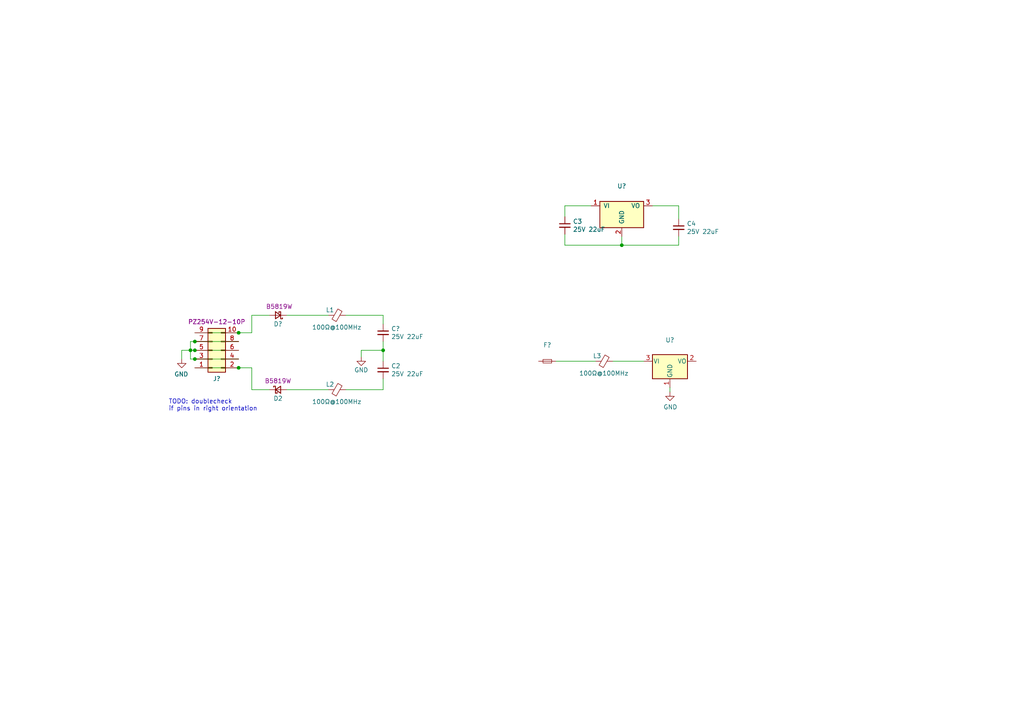
<source format=kicad_sch>
(kicad_sch (version 20211123) (generator eeschema)

  (uuid c5ad438c-c8c7-4c8c-a15b-a497adc6b133)

  (paper "A4")

  (lib_symbols
    (symbol "Connector_Generic:Conn_02x05_Odd_Even" (pin_names (offset 1.016) hide) (in_bom yes) (on_board yes)
      (property "Reference" "J" (id 0) (at 1.27 7.62 0)
        (effects (font (size 1.27 1.27)))
      )
      (property "Value" "Conn_02x05_Odd_Even" (id 1) (at 1.27 -7.62 0)
        (effects (font (size 1.27 1.27)))
      )
      (property "Footprint" "" (id 2) (at 0 0 0)
        (effects (font (size 1.27 1.27)) hide)
      )
      (property "Datasheet" "~" (id 3) (at 0 0 0)
        (effects (font (size 1.27 1.27)) hide)
      )
      (property "ki_keywords" "connector" (id 4) (at 0 0 0)
        (effects (font (size 1.27 1.27)) hide)
      )
      (property "ki_description" "Generic connector, double row, 02x05, odd/even pin numbering scheme (row 1 odd numbers, row 2 even numbers), script generated (kicad-library-utils/schlib/autogen/connector/)" (id 5) (at 0 0 0)
        (effects (font (size 1.27 1.27)) hide)
      )
      (property "ki_fp_filters" "Connector*:*_2x??_*" (id 6) (at 0 0 0)
        (effects (font (size 1.27 1.27)) hide)
      )
      (symbol "Conn_02x05_Odd_Even_1_1"
        (rectangle (start -1.27 -4.953) (end 0 -5.207)
          (stroke (width 0.1524) (type default) (color 0 0 0 0))
          (fill (type none))
        )
        (rectangle (start -1.27 -2.413) (end 0 -2.667)
          (stroke (width 0.1524) (type default) (color 0 0 0 0))
          (fill (type none))
        )
        (rectangle (start -1.27 0.127) (end 0 -0.127)
          (stroke (width 0.1524) (type default) (color 0 0 0 0))
          (fill (type none))
        )
        (rectangle (start -1.27 2.667) (end 0 2.413)
          (stroke (width 0.1524) (type default) (color 0 0 0 0))
          (fill (type none))
        )
        (rectangle (start -1.27 5.207) (end 0 4.953)
          (stroke (width 0.1524) (type default) (color 0 0 0 0))
          (fill (type none))
        )
        (rectangle (start -1.27 6.35) (end 3.81 -6.35)
          (stroke (width 0.254) (type default) (color 0 0 0 0))
          (fill (type background))
        )
        (rectangle (start 3.81 -4.953) (end 2.54 -5.207)
          (stroke (width 0.1524) (type default) (color 0 0 0 0))
          (fill (type none))
        )
        (rectangle (start 3.81 -2.413) (end 2.54 -2.667)
          (stroke (width 0.1524) (type default) (color 0 0 0 0))
          (fill (type none))
        )
        (rectangle (start 3.81 0.127) (end 2.54 -0.127)
          (stroke (width 0.1524) (type default) (color 0 0 0 0))
          (fill (type none))
        )
        (rectangle (start 3.81 2.667) (end 2.54 2.413)
          (stroke (width 0.1524) (type default) (color 0 0 0 0))
          (fill (type none))
        )
        (rectangle (start 3.81 5.207) (end 2.54 4.953)
          (stroke (width 0.1524) (type default) (color 0 0 0 0))
          (fill (type none))
        )
        (pin passive line (at -5.08 5.08 0) (length 3.81)
          (name "Pin_1" (effects (font (size 1.27 1.27))))
          (number "1" (effects (font (size 1.27 1.27))))
        )
        (pin passive line (at 7.62 -5.08 180) (length 3.81)
          (name "Pin_10" (effects (font (size 1.27 1.27))))
          (number "10" (effects (font (size 1.27 1.27))))
        )
        (pin passive line (at 7.62 5.08 180) (length 3.81)
          (name "Pin_2" (effects (font (size 1.27 1.27))))
          (number "2" (effects (font (size 1.27 1.27))))
        )
        (pin passive line (at -5.08 2.54 0) (length 3.81)
          (name "Pin_3" (effects (font (size 1.27 1.27))))
          (number "3" (effects (font (size 1.27 1.27))))
        )
        (pin passive line (at 7.62 2.54 180) (length 3.81)
          (name "Pin_4" (effects (font (size 1.27 1.27))))
          (number "4" (effects (font (size 1.27 1.27))))
        )
        (pin passive line (at -5.08 0 0) (length 3.81)
          (name "Pin_5" (effects (font (size 1.27 1.27))))
          (number "5" (effects (font (size 1.27 1.27))))
        )
        (pin passive line (at 7.62 0 180) (length 3.81)
          (name "Pin_6" (effects (font (size 1.27 1.27))))
          (number "6" (effects (font (size 1.27 1.27))))
        )
        (pin passive line (at -5.08 -2.54 0) (length 3.81)
          (name "Pin_7" (effects (font (size 1.27 1.27))))
          (number "7" (effects (font (size 1.27 1.27))))
        )
        (pin passive line (at 7.62 -2.54 180) (length 3.81)
          (name "Pin_8" (effects (font (size 1.27 1.27))))
          (number "8" (effects (font (size 1.27 1.27))))
        )
        (pin passive line (at -5.08 -5.08 0) (length 3.81)
          (name "Pin_9" (effects (font (size 1.27 1.27))))
          (number "9" (effects (font (size 1.27 1.27))))
        )
      )
    )
    (symbol "Device:C_Small" (pin_numbers hide) (pin_names (offset 0.254) hide) (in_bom yes) (on_board yes)
      (property "Reference" "C" (id 0) (at 0.254 1.778 0)
        (effects (font (size 1.27 1.27)) (justify left))
      )
      (property "Value" "C_Small" (id 1) (at 0.254 -2.032 0)
        (effects (font (size 1.27 1.27)) (justify left))
      )
      (property "Footprint" "" (id 2) (at 0 0 0)
        (effects (font (size 1.27 1.27)) hide)
      )
      (property "Datasheet" "~" (id 3) (at 0 0 0)
        (effects (font (size 1.27 1.27)) hide)
      )
      (property "ki_keywords" "capacitor cap" (id 4) (at 0 0 0)
        (effects (font (size 1.27 1.27)) hide)
      )
      (property "ki_description" "Unpolarized capacitor, small symbol" (id 5) (at 0 0 0)
        (effects (font (size 1.27 1.27)) hide)
      )
      (property "ki_fp_filters" "C_*" (id 6) (at 0 0 0)
        (effects (font (size 1.27 1.27)) hide)
      )
      (symbol "C_Small_0_1"
        (polyline
          (pts
            (xy -1.524 -0.508)
            (xy 1.524 -0.508)
          )
          (stroke (width 0.3302) (type default) (color 0 0 0 0))
          (fill (type none))
        )
        (polyline
          (pts
            (xy -1.524 0.508)
            (xy 1.524 0.508)
          )
          (stroke (width 0.3048) (type default) (color 0 0 0 0))
          (fill (type none))
        )
      )
      (symbol "C_Small_1_1"
        (pin passive line (at 0 2.54 270) (length 2.032)
          (name "~" (effects (font (size 1.27 1.27))))
          (number "1" (effects (font (size 1.27 1.27))))
        )
        (pin passive line (at 0 -2.54 90) (length 2.032)
          (name "~" (effects (font (size 1.27 1.27))))
          (number "2" (effects (font (size 1.27 1.27))))
        )
      )
    )
    (symbol "Device:D_Schottky_Small" (pin_numbers hide) (pin_names (offset 0.254) hide) (in_bom yes) (on_board yes)
      (property "Reference" "D" (id 0) (at -1.27 2.032 0)
        (effects (font (size 1.27 1.27)) (justify left))
      )
      (property "Value" "D_Schottky_Small" (id 1) (at -7.112 -2.032 0)
        (effects (font (size 1.27 1.27)) (justify left))
      )
      (property "Footprint" "" (id 2) (at 0 0 90)
        (effects (font (size 1.27 1.27)) hide)
      )
      (property "Datasheet" "~" (id 3) (at 0 0 90)
        (effects (font (size 1.27 1.27)) hide)
      )
      (property "ki_keywords" "diode Schottky" (id 4) (at 0 0 0)
        (effects (font (size 1.27 1.27)) hide)
      )
      (property "ki_description" "Schottky diode, small symbol" (id 5) (at 0 0 0)
        (effects (font (size 1.27 1.27)) hide)
      )
      (property "ki_fp_filters" "TO-???* *_Diode_* *SingleDiode* D_*" (id 6) (at 0 0 0)
        (effects (font (size 1.27 1.27)) hide)
      )
      (symbol "D_Schottky_Small_0_1"
        (polyline
          (pts
            (xy -0.762 0)
            (xy 0.762 0)
          )
          (stroke (width 0) (type default) (color 0 0 0 0))
          (fill (type none))
        )
        (polyline
          (pts
            (xy 0.762 -1.016)
            (xy -0.762 0)
            (xy 0.762 1.016)
            (xy 0.762 -1.016)
          )
          (stroke (width 0.254) (type default) (color 0 0 0 0))
          (fill (type none))
        )
        (polyline
          (pts
            (xy -1.27 0.762)
            (xy -1.27 1.016)
            (xy -0.762 1.016)
            (xy -0.762 -1.016)
            (xy -0.254 -1.016)
            (xy -0.254 -0.762)
          )
          (stroke (width 0.254) (type default) (color 0 0 0 0))
          (fill (type none))
        )
      )
      (symbol "D_Schottky_Small_1_1"
        (pin passive line (at -2.54 0 0) (length 1.778)
          (name "K" (effects (font (size 1.27 1.27))))
          (number "1" (effects (font (size 1.27 1.27))))
        )
        (pin passive line (at 2.54 0 180) (length 1.778)
          (name "A" (effects (font (size 1.27 1.27))))
          (number "2" (effects (font (size 1.27 1.27))))
        )
      )
    )
    (symbol "Device:Fuse_Small" (pin_numbers hide) (pin_names (offset 0.254) hide) (in_bom yes) (on_board yes)
      (property "Reference" "F" (id 0) (at 0 -1.524 0)
        (effects (font (size 1.27 1.27)))
      )
      (property "Value" "Fuse_Small" (id 1) (at 0 1.524 0)
        (effects (font (size 1.27 1.27)))
      )
      (property "Footprint" "" (id 2) (at 0 0 0)
        (effects (font (size 1.27 1.27)) hide)
      )
      (property "Datasheet" "~" (id 3) (at 0 0 0)
        (effects (font (size 1.27 1.27)) hide)
      )
      (property "ki_keywords" "fuse" (id 4) (at 0 0 0)
        (effects (font (size 1.27 1.27)) hide)
      )
      (property "ki_description" "Fuse, small symbol" (id 5) (at 0 0 0)
        (effects (font (size 1.27 1.27)) hide)
      )
      (property "ki_fp_filters" "SM*" (id 6) (at 0 0 0)
        (effects (font (size 1.27 1.27)) hide)
      )
      (symbol "Fuse_Small_0_1"
        (rectangle (start -1.27 0.508) (end 1.27 -0.508)
          (stroke (width 0) (type default) (color 0 0 0 0))
          (fill (type none))
        )
        (polyline
          (pts
            (xy -1.27 0)
            (xy 1.27 0)
          )
          (stroke (width 0) (type default) (color 0 0 0 0))
          (fill (type none))
        )
      )
      (symbol "Fuse_Small_1_1"
        (pin passive line (at -2.54 0 0) (length 1.27)
          (name "~" (effects (font (size 1.27 1.27))))
          (number "1" (effects (font (size 1.27 1.27))))
        )
        (pin passive line (at 2.54 0 180) (length 1.27)
          (name "~" (effects (font (size 1.27 1.27))))
          (number "2" (effects (font (size 1.27 1.27))))
        )
      )
    )
    (symbol "Regulator_Linear:AMS1117-3.3" (pin_names (offset 0.254)) (in_bom yes) (on_board yes)
      (property "Reference" "U" (id 0) (at -3.81 3.175 0)
        (effects (font (size 1.27 1.27)))
      )
      (property "Value" "AMS1117-3.3" (id 1) (at 0 3.175 0)
        (effects (font (size 1.27 1.27)) (justify left))
      )
      (property "Footprint" "Package_TO_SOT_SMD:SOT-223-3_TabPin2" (id 2) (at 0 5.08 0)
        (effects (font (size 1.27 1.27)) hide)
      )
      (property "Datasheet" "http://www.advanced-monolithic.com/pdf/ds1117.pdf" (id 3) (at 2.54 -6.35 0)
        (effects (font (size 1.27 1.27)) hide)
      )
      (property "ki_keywords" "linear regulator ldo fixed positive" (id 4) (at 0 0 0)
        (effects (font (size 1.27 1.27)) hide)
      )
      (property "ki_description" "1A Low Dropout regulator, positive, 3.3V fixed output, SOT-223" (id 5) (at 0 0 0)
        (effects (font (size 1.27 1.27)) hide)
      )
      (property "ki_fp_filters" "SOT?223*TabPin2*" (id 6) (at 0 0 0)
        (effects (font (size 1.27 1.27)) hide)
      )
      (symbol "AMS1117-3.3_0_1"
        (rectangle (start -5.08 -5.08) (end 5.08 1.905)
          (stroke (width 0.254) (type default) (color 0 0 0 0))
          (fill (type background))
        )
      )
      (symbol "AMS1117-3.3_1_1"
        (pin power_in line (at 0 -7.62 90) (length 2.54)
          (name "GND" (effects (font (size 1.27 1.27))))
          (number "1" (effects (font (size 1.27 1.27))))
        )
        (pin power_out line (at 7.62 0 180) (length 2.54)
          (name "VO" (effects (font (size 1.27 1.27))))
          (number "2" (effects (font (size 1.27 1.27))))
        )
        (pin power_in line (at -7.62 0 0) (length 2.54)
          (name "VI" (effects (font (size 1.27 1.27))))
          (number "3" (effects (font (size 1.27 1.27))))
        )
      )
    )
    (symbol "higgs-rescue:Ferrite_Bead_Small-Device" (pin_numbers hide) (pin_names (offset 0)) (in_bom yes) (on_board yes)
      (property "Reference" "FB" (id 0) (at 1.905 1.27 0)
        (effects (font (size 1.27 1.27)) (justify left))
      )
      (property "Value" "Ferrite_Bead_Small-Device" (id 1) (at 1.905 -1.27 0)
        (effects (font (size 1.27 1.27)) (justify left))
      )
      (property "Footprint" "" (id 2) (at -1.778 0 90)
        (effects (font (size 1.27 1.27)) hide)
      )
      (property "Datasheet" "" (id 3) (at 0 0 0)
        (effects (font (size 1.27 1.27)) hide)
      )
      (property "ki_fp_filters" "Inductor_* L_* *Ferrite*" (id 4) (at 0 0 0)
        (effects (font (size 1.27 1.27)) hide)
      )
      (symbol "Ferrite_Bead_Small-Device_0_1"
        (polyline
          (pts
            (xy 0 -1.27)
            (xy 0 -0.7874)
          )
          (stroke (width 0) (type default) (color 0 0 0 0))
          (fill (type none))
        )
        (polyline
          (pts
            (xy 0 0.889)
            (xy 0 1.2954)
          )
          (stroke (width 0) (type default) (color 0 0 0 0))
          (fill (type none))
        )
        (polyline
          (pts
            (xy -1.8288 0.2794)
            (xy -1.1176 1.4986)
            (xy 1.8288 -0.2032)
            (xy 1.1176 -1.4224)
            (xy -1.8288 0.2794)
          )
          (stroke (width 0) (type default) (color 0 0 0 0))
          (fill (type none))
        )
      )
      (symbol "Ferrite_Bead_Small-Device_1_1"
        (pin passive line (at 0 2.54 270) (length 1.27)
          (name "~" (effects (font (size 1.27 1.27))))
          (number "1" (effects (font (size 1.27 1.27))))
        )
        (pin passive line (at 0 -2.54 90) (length 1.27)
          (name "~" (effects (font (size 1.27 1.27))))
          (number "2" (effects (font (size 1.27 1.27))))
        )
      )
    )
    (symbol "higgs:V7803-500" (pin_names (offset 1.016)) (in_bom yes) (on_board yes)
      (property "Reference" "U" (id 0) (at -6.35 3.81 0)
        (effects (font (size 1.27 1.27)))
      )
      (property "Value" "V7803-500" (id 1) (at 2.54 3.81 0)
        (effects (font (size 1.27 1.27)))
      )
      (property "Footprint" "higgs:V78-500" (id 2) (at 0 6.35 0)
        (effects (font (size 1.27 1.27)) hide)
      )
      (property "Datasheet" "https://eu.mouser.com/datasheet/2/670/v78_500-1774424.pdf" (id 3) (at 0 0 0)
        (effects (font (size 1.27 1.27)) hide)
      )
      (property "ki_description" "3.3V 0.5A NON-ISOLATED SWITCHING REGULATOR" (id 4) (at 0 0 0)
        (effects (font (size 1.27 1.27)) hide)
      )
      (symbol "V7803-500_0_1"
        (rectangle (start 6.35 -5.08) (end -6.35 2.54)
          (stroke (width 0.254) (type default) (color 0 0 0 0))
          (fill (type background))
        )
      )
      (symbol "V7803-500_1_1"
        (pin input line (at -8.89 1.27 0) (length 2.54)
          (name "VI" (effects (font (size 1.27 1.27))))
          (number "1" (effects (font (size 1.27 1.27))))
        )
        (pin bidirectional line (at 0 -7.62 90) (length 2.54)
          (name "GND" (effects (font (size 1.27 1.27))))
          (number "2" (effects (font (size 1.27 1.27))))
        )
        (pin output line (at 8.89 1.27 180) (length 2.54)
          (name "VO" (effects (font (size 1.27 1.27))))
          (number "3" (effects (font (size 1.27 1.27))))
        )
      )
    )
    (symbol "power:GND" (power) (pin_names (offset 0)) (in_bom yes) (on_board yes)
      (property "Reference" "#PWR" (id 0) (at 0 -6.35 0)
        (effects (font (size 1.27 1.27)) hide)
      )
      (property "Value" "GND" (id 1) (at 0 -3.81 0)
        (effects (font (size 1.27 1.27)))
      )
      (property "Footprint" "" (id 2) (at 0 0 0)
        (effects (font (size 1.27 1.27)) hide)
      )
      (property "Datasheet" "" (id 3) (at 0 0 0)
        (effects (font (size 1.27 1.27)) hide)
      )
      (property "ki_keywords" "power-flag" (id 4) (at 0 0 0)
        (effects (font (size 1.27 1.27)) hide)
      )
      (property "ki_description" "Power symbol creates a global label with name \"GND\" , ground" (id 5) (at 0 0 0)
        (effects (font (size 1.27 1.27)) hide)
      )
      (symbol "GND_0_1"
        (polyline
          (pts
            (xy 0 0)
            (xy 0 -1.27)
            (xy 1.27 -1.27)
            (xy 0 -2.54)
            (xy -1.27 -1.27)
            (xy 0 -1.27)
          )
          (stroke (width 0) (type default) (color 0 0 0 0))
          (fill (type none))
        )
      )
      (symbol "GND_1_1"
        (pin power_in line (at 0 0 270) (length 0) hide
          (name "GND" (effects (font (size 1.27 1.27))))
          (number "1" (effects (font (size 1.27 1.27))))
        )
      )
    )
  )

  (junction (at 69.215 106.68) (diameter 0) (color 0 0 0 0)
    (uuid 2586a72d-a0bf-4c73-85c9-b1f1bb900249)
  )
  (junction (at 56.515 104.14) (diameter 0) (color 0 0 0 0)
    (uuid 3f059496-1949-4202-b209-3753e38619aa)
  )
  (junction (at 180.34 71.12) (diameter 0) (color 0 0 0 0)
    (uuid 45f1ac55-b0c2-4677-bdb7-84c3f6003941)
  )
  (junction (at 56.515 99.06) (diameter 0) (color 0 0 0 0)
    (uuid 5bcbbba9-a819-4411-8870-226f57cdf07e)
  )
  (junction (at 111.125 101.6) (diameter 0) (color 0 0 0 0)
    (uuid 5e567c17-b926-4044-9228-2aae7851de0d)
  )
  (junction (at 56.515 101.6) (diameter 0) (color 0 0 0 0)
    (uuid 698a723c-95aa-4900-8c19-c5825b6e934e)
  )
  (junction (at 69.215 96.52) (diameter 0) (color 0 0 0 0)
    (uuid a71d04ab-c766-414d-a777-e20ecce1954f)
  )
  (junction (at 55.245 101.6) (diameter 0) (color 0 0 0 0)
    (uuid defc71aa-d62d-486e-9e4e-8318d191678e)
  )

  (wire (pts (xy 194.31 113.665) (xy 194.31 112.395))
    (stroke (width 0) (type default) (color 0 0 0 0))
    (uuid 0ab342be-f6eb-42e4-92c1-07ba9a1cc950)
  )
  (wire (pts (xy 73.025 106.68) (xy 69.215 106.68))
    (stroke (width 0) (type default) (color 0 0 0 0))
    (uuid 115d5097-e0a6-42ed-9b48-57ca62d32a83)
  )
  (wire (pts (xy 95.25 91.44) (xy 83.185 91.44))
    (stroke (width 0) (type default) (color 0 0 0 0))
    (uuid 11db3fd5-79f8-45be-b3d6-4ce6f0ccc0bd)
  )
  (wire (pts (xy 73.025 96.52) (xy 69.215 96.52))
    (stroke (width 0) (type default) (color 0 0 0 0))
    (uuid 1cbb6218-fae2-4646-b40f-c0a4fb14e1f5)
  )
  (wire (pts (xy 111.125 109.855) (xy 111.125 113.03))
    (stroke (width 0) (type default) (color 0 0 0 0))
    (uuid 1dd18e5d-ccdc-4d73-8568-b09ad1920a17)
  )
  (wire (pts (xy 111.125 113.03) (xy 100.33 113.03))
    (stroke (width 0) (type default) (color 0 0 0 0))
    (uuid 225784ef-a2c1-4cbc-922c-e7932a19849e)
  )
  (wire (pts (xy 171.45 59.69) (xy 163.83 59.69))
    (stroke (width 0) (type default) (color 0 0 0 0))
    (uuid 27283fb8-4ea9-45cb-96a7-300b8daff5a6)
  )
  (wire (pts (xy 111.125 93.98) (xy 111.125 91.44))
    (stroke (width 0) (type default) (color 0 0 0 0))
    (uuid 3596c8c1-2d76-40d6-b0d9-90a25e4869dd)
  )
  (wire (pts (xy 111.125 91.44) (xy 100.33 91.44))
    (stroke (width 0) (type default) (color 0 0 0 0))
    (uuid 458a2d99-a377-4c1c-8aad-bbda4b2cf440)
  )
  (wire (pts (xy 189.23 59.69) (xy 196.85 59.69))
    (stroke (width 0) (type default) (color 0 0 0 0))
    (uuid 4fd7c67a-4813-43af-af4c-eb7b9b2b9902)
  )
  (wire (pts (xy 73.025 91.44) (xy 73.025 96.52))
    (stroke (width 0) (type default) (color 0 0 0 0))
    (uuid 51ffd8e0-20b8-43c3-936d-01542193df83)
  )
  (wire (pts (xy 56.515 99.06) (xy 69.215 99.06))
    (stroke (width 0) (type default) (color 0 0 0 0))
    (uuid 52376a4a-1a91-4866-a85a-2311c5fd55fe)
  )
  (wire (pts (xy 196.85 59.69) (xy 196.85 63.5))
    (stroke (width 0) (type default) (color 0 0 0 0))
    (uuid 5571d78b-7b26-4997-a5d9-ea8d4ed47427)
  )
  (wire (pts (xy 196.85 71.12) (xy 180.34 71.12))
    (stroke (width 0) (type default) (color 0 0 0 0))
    (uuid 58767da9-ef97-4dff-8444-dae1db1c487b)
  )
  (wire (pts (xy 55.245 101.6) (xy 55.245 99.06))
    (stroke (width 0) (type default) (color 0 0 0 0))
    (uuid 59c01551-b8b6-4b74-a9f8-659bfaba6b6f)
  )
  (wire (pts (xy 180.34 71.12) (xy 180.34 68.58))
    (stroke (width 0) (type default) (color 0 0 0 0))
    (uuid 7d73effa-a41a-4ab4-81e6-f2e2e6dab72c)
  )
  (wire (pts (xy 55.245 104.14) (xy 55.245 101.6))
    (stroke (width 0) (type default) (color 0 0 0 0))
    (uuid 7ee4058d-16cf-42e4-a86f-3934c9151e7f)
  )
  (wire (pts (xy 111.125 101.6) (xy 111.125 104.775))
    (stroke (width 0) (type default) (color 0 0 0 0))
    (uuid 808404b1-aec3-4859-baca-9cbadd90f6da)
  )
  (wire (pts (xy 78.105 91.44) (xy 73.025 91.44))
    (stroke (width 0) (type default) (color 0 0 0 0))
    (uuid 82099928-a6d8-4638-ab8b-9aaa8d338e55)
  )
  (wire (pts (xy 111.125 99.06) (xy 111.125 101.6))
    (stroke (width 0) (type default) (color 0 0 0 0))
    (uuid 99b389fe-fc6e-445f-9e6d-f866eda7867a)
  )
  (wire (pts (xy 196.85 68.58) (xy 196.85 71.12))
    (stroke (width 0) (type default) (color 0 0 0 0))
    (uuid 9d13eaa1-0c03-471b-8e13-da2dc9184d4e)
  )
  (wire (pts (xy 55.245 101.6) (xy 52.705 101.6))
    (stroke (width 0) (type default) (color 0 0 0 0))
    (uuid 9db0039e-f0ae-445b-9658-e3629d010c57)
  )
  (wire (pts (xy 56.515 106.68) (xy 69.215 106.68))
    (stroke (width 0) (type default) (color 0 0 0 0))
    (uuid 9fe94eed-7849-42f7-b41a-edf7feba33cc)
  )
  (wire (pts (xy 163.83 59.69) (xy 163.83 62.865))
    (stroke (width 0) (type default) (color 0 0 0 0))
    (uuid a45e846b-e7a0-448d-99cd-5a7687554604)
  )
  (wire (pts (xy 55.245 104.14) (xy 56.515 104.14))
    (stroke (width 0) (type default) (color 0 0 0 0))
    (uuid ab89f5e5-132a-423f-aabd-c849be96d47a)
  )
  (wire (pts (xy 73.025 113.03) (xy 73.025 106.68))
    (stroke (width 0) (type default) (color 0 0 0 0))
    (uuid b0b61633-6495-4c25-859e-d2c8fc5d5d5b)
  )
  (wire (pts (xy 104.775 101.6) (xy 104.775 103.505))
    (stroke (width 0) (type default) (color 0 0 0 0))
    (uuid b35e175d-c390-4eff-bdd9-ac6a1ebd04bc)
  )
  (wire (pts (xy 163.83 71.12) (xy 180.34 71.12))
    (stroke (width 0) (type default) (color 0 0 0 0))
    (uuid b6ddbf69-46af-4b3a-8eec-ad5d3c98e12a)
  )
  (wire (pts (xy 52.705 101.6) (xy 52.705 104.14))
    (stroke (width 0) (type default) (color 0 0 0 0))
    (uuid b72068e3-a1a2-4303-9123-a20647e23184)
  )
  (wire (pts (xy 163.83 67.945) (xy 163.83 71.12))
    (stroke (width 0) (type default) (color 0 0 0 0))
    (uuid c4fc7b75-9f95-410e-b3e5-9162ee6c521c)
  )
  (wire (pts (xy 55.245 99.06) (xy 56.515 99.06))
    (stroke (width 0) (type default) (color 0 0 0 0))
    (uuid c8c7006a-8cdd-4b2f-beca-c748c1f0eb3b)
  )
  (wire (pts (xy 56.515 101.6) (xy 69.215 101.6))
    (stroke (width 0) (type default) (color 0 0 0 0))
    (uuid ca16c594-e5fa-4a4f-a302-e080f8d4294f)
  )
  (wire (pts (xy 78.105 113.03) (xy 73.025 113.03))
    (stroke (width 0) (type default) (color 0 0 0 0))
    (uuid cb713b94-ee6e-4a8e-9e8b-cb9e391afd64)
  )
  (wire (pts (xy 83.185 113.03) (xy 95.25 113.03))
    (stroke (width 0) (type default) (color 0 0 0 0))
    (uuid d0196833-c81e-4225-85fd-b6b61d7d8e69)
  )
  (wire (pts (xy 56.515 101.6) (xy 55.245 101.6))
    (stroke (width 0) (type default) (color 0 0 0 0))
    (uuid d3e582ab-4fcb-40cb-9350-61c1c1b24a5e)
  )
  (wire (pts (xy 111.125 101.6) (xy 104.775 101.6))
    (stroke (width 0) (type default) (color 0 0 0 0))
    (uuid dbe074eb-cb9c-4d26-8a2f-880751abee5f)
  )
  (wire (pts (xy 172.72 104.775) (xy 161.29 104.775))
    (stroke (width 0) (type default) (color 0 0 0 0))
    (uuid eb37e60b-5442-4c2b-9433-6f35f9ba7256)
  )
  (wire (pts (xy 186.69 104.775) (xy 177.8 104.775))
    (stroke (width 0) (type default) (color 0 0 0 0))
    (uuid efd682d3-c3ac-47ac-afa7-297e2e3aaee2)
  )
  (wire (pts (xy 69.215 96.52) (xy 56.515 96.52))
    (stroke (width 0) (type default) (color 0 0 0 0))
    (uuid f5cfb8a2-14bd-4b72-843b-f9b8a9f9318f)
  )
  (wire (pts (xy 56.515 104.14) (xy 69.215 104.14))
    (stroke (width 0) (type default) (color 0 0 0 0))
    (uuid f7565e6a-4e52-44f9-95cc-4016588b7262)
  )

  (text "TODO: doublecheck\nif pins in right orientation\n" (at 48.895 119.38 0)
    (effects (font (size 1.27 1.27)) (justify left bottom))
    (uuid ae88facd-865d-4b13-925b-84f843f04c88)
  )

  (symbol (lib_id "Regulator_Linear:AMS1117-3.3") (at 194.31 104.775 0) (unit 1)
    (in_bom yes) (on_board yes)
    (uuid 00000000-0000-0000-0000-0000622a4b16)
    (property "Reference" "U?" (id 0) (at 194.31 98.6282 0))
    (property "Value" "" (id 1) (at 194.31 100.9396 0))
    (property "Footprint" "" (id 2) (at 194.31 99.695 0)
      (effects (font (size 1.27 1.27)) hide)
    )
    (property "Datasheet" "http://www.advanced-monolithic.com/pdf/ds1117.pdf" (id 3) (at 196.85 111.125 0)
      (effects (font (size 1.27 1.27)) hide)
    )
    (pin "1" (uuid 5ac39d86-b100-4e91-b4be-fb6244d855bb))
    (pin "2" (uuid c236ad64-1c1c-4ccf-9728-5af74ad6e72a))
    (pin "3" (uuid e224245e-9b94-4a1a-a160-5332bda10dec))
  )

  (symbol (lib_id "Connector_Generic:Conn_02x05_Odd_Even") (at 61.595 101.6 0) (mirror x) (unit 1)
    (in_bom yes) (on_board yes)
    (uuid 00000000-0000-0000-0000-0000622a4b1c)
    (property "Reference" "J?" (id 0) (at 62.865 109.855 0))
    (property "Value" "PinHeader_2x05_P2.54mm_Vertical" (id 1) (at 62.865 109.8804 0)
      (effects (font (size 1.27 1.27)) hide)
    )
    (property "Footprint" "Connector_PinHeader_2.54mm:PinHeader_2x05_P2.54mm_Vertical" (id 2) (at 61.595 101.6 0)
      (effects (font (size 1.27 1.27)) hide)
    )
    (property "Datasheet" "https://datasheet.lcsc.com/lcsc/2003191006_XFCN-PZ254V-12-10P_C492422.pdf" (id 3) (at 61.595 101.6 0)
      (effects (font (size 1.27 1.27)) hide)
    )
    (property "Mfr" "XFCN" (id 4) (at 61.595 101.6 0)
      (effects (font (size 1.27 1.27)) hide)
    )
    (property "Part" "PZ254V-12-10P" (id 5) (at 62.865 93.345 0))
    (property "JLCPCB" "C492422" (id 6) (at 61.595 101.6 0)
      (effects (font (size 1.27 1.27)) hide)
    )
    (pin "1" (uuid b73c9b51-7ab9-4c55-b26e-d65defe3c3be))
    (pin "10" (uuid fe36816a-6439-4025-8d43-948f0d120d50))
    (pin "2" (uuid ad0ec48f-672e-460f-8dc4-31a475b2e75a))
    (pin "3" (uuid 761e76ce-e462-455d-aa85-f3fa287f6b5c))
    (pin "4" (uuid 92ff54a8-d5e0-4cf5-871b-fcd1a1124880))
    (pin "5" (uuid 6bef5ee2-8f3d-43f5-8cd3-b3ac04bf75f7))
    (pin "6" (uuid 84940691-0581-4e84-a17b-b5c834b6414a))
    (pin "7" (uuid a92fb4ac-dc1c-4637-bf3d-41f96401bcff))
    (pin "8" (uuid 43970fdb-2fcc-45e9-9ba4-93cf6ff335d6))
    (pin "9" (uuid 5633d091-dc0f-4d70-8f3d-88d4a1c33d4e))
  )

  (symbol (lib_id "Device:Fuse_Small") (at 158.75 104.775 0) (unit 1)
    (in_bom yes) (on_board yes)
    (uuid 00000000-0000-0000-0000-0000622a4b2a)
    (property "Reference" "F?" (id 0) (at 158.75 100.076 0))
    (property "Value" "" (id 1) (at 158.75 102.3874 0))
    (property "Footprint" "" (id 2) (at 158.75 104.775 0)
      (effects (font (size 1.27 1.27)) hide)
    )
    (property "Datasheet" "~" (id 3) (at 158.75 104.775 0)
      (effects (font (size 1.27 1.27)) hide)
    )
    (pin "1" (uuid 6929ed54-bda6-42ce-86b1-56c0c6227ec8))
    (pin "2" (uuid e679b266-5464-4f8d-9c1b-4e1b76528b28))
  )

  (symbol (lib_id "power:GND") (at 194.31 113.665 0) (unit 1)
    (in_bom yes) (on_board yes)
    (uuid 00000000-0000-0000-0000-0000622a4b32)
    (property "Reference" "#PWR?" (id 0) (at 194.31 120.015 0)
      (effects (font (size 1.27 1.27)) hide)
    )
    (property "Value" "" (id 1) (at 194.437 118.0592 0))
    (property "Footprint" "" (id 2) (at 194.31 113.665 0)
      (effects (font (size 1.27 1.27)) hide)
    )
    (property "Datasheet" "" (id 3) (at 194.31 113.665 0)
      (effects (font (size 1.27 1.27)) hide)
    )
    (pin "1" (uuid ae65036a-7e3c-4f32-a4a6-c68815489825))
  )

  (symbol (lib_id "power:GND") (at 52.705 104.14 0) (mirror y) (unit 1)
    (in_bom yes) (on_board yes)
    (uuid 00000000-0000-0000-0000-0000622a4b39)
    (property "Reference" "#PWR?" (id 0) (at 52.705 110.49 0)
      (effects (font (size 1.27 1.27)) hide)
    )
    (property "Value" "" (id 1) (at 52.578 108.5342 0))
    (property "Footprint" "" (id 2) (at 52.705 104.14 0)
      (effects (font (size 1.27 1.27)) hide)
    )
    (property "Datasheet" "" (id 3) (at 52.705 104.14 0)
      (effects (font (size 1.27 1.27)) hide)
    )
    (pin "1" (uuid e273db94-0ccc-4701-9eba-d4275d77a398))
  )

  (symbol (lib_id "Device:D_Schottky_Small") (at 80.645 91.44 180) (unit 1)
    (in_bom yes) (on_board yes)
    (uuid 00000000-0000-0000-0000-0000622a4b40)
    (property "Reference" "D?" (id 0) (at 80.645 93.98 0))
    (property "Value" "40V 600mV@1A 1A" (id 1) (at 80.645 88.9 0)
      (effects (font (size 1.27 1.27)) hide)
    )
    (property "Footprint" "Diode_SMD:D_SOD-123" (id 2) (at 80.645 91.44 90)
      (effects (font (size 1.27 1.27)) hide)
    )
    (property "Datasheet" "https://jlcpcb.com/parts/componentSearch?isSearch=true&searchTxt=B5819W%20SL" (id 3) (at 80.645 91.44 90)
      (effects (font (size 1.27 1.27)) hide)
    )
    (property "Part" "B5819W" (id 4) (at 81.0003 88.9095 0))
    (pin "1" (uuid c3553ccd-233e-44e7-a5ec-4feaaef2688c))
    (pin "2" (uuid c7b63f98-3de2-41b5-8559-aee8645dac83))
  )

  (symbol (lib_id "Device:C_Small") (at 111.125 96.52 0) (unit 1)
    (in_bom yes) (on_board yes)
    (uuid 00000000-0000-0000-0000-0000622a4b63)
    (property "Reference" "C?" (id 0) (at 113.4618 95.3516 0)
      (effects (font (size 1.27 1.27)) (justify left))
    )
    (property "Value" "25V 22uF" (id 1) (at 113.4618 97.663 0)
      (effects (font (size 1.27 1.27)) (justify left))
    )
    (property "Footprint" "Capacitor_SMD:C_1206_3216Metric_Pad1.33x1.80mm_HandSolder" (id 2) (at 111.125 96.52 0)
      (effects (font (size 1.27 1.27)) hide)
    )
    (property "Datasheet" "https://datasheet.lcsc.com/lcsc/1811031514_Samsung-Electro-Mechanics-CL31A226KAHNNNE_C12891.pdf" (id 3) (at 111.125 96.52 0)
      (effects (font (size 1.27 1.27)) hide)
    )
    (property "Part" "CL31A226KAHNNNE" (id 4) (at 111.125 96.52 0)
      (effects (font (size 1.27 1.27)) hide)
    )
    (property "Description" "25V 22uF X5R ±10% 1206 Multilayer Ceramic Capacitors MLCC - SMD/SMT ROHS" (id 7) (at 111.125 96.52 0)
      (effects (font (size 1.27 1.27)) hide)
    )
    (property "Mfr" "Samsung Electro-Mechanics" (id 5) (at 111.125 96.52 0)
      (effects (font (size 1.27 1.27)) hide)
    )
    (property "JLCPCB" "C12891" (id 6) (at 111.125 96.52 0)
      (effects (font (size 1.27 1.27)) hide)
    )
    (pin "1" (uuid 08ce553f-ceda-4e32-b73d-6482351b36d8))
    (pin "2" (uuid 11639e59-a432-4d6e-8b35-bee3db76289a))
  )

  (symbol (lib_id "power:GND") (at 104.775 103.505 0) (mirror y) (unit 1)
    (in_bom yes) (on_board yes)
    (uuid 00000000-0000-0000-0000-0000622a4b83)
    (property "Reference" "#PWR?" (id 0) (at 104.775 109.855 0)
      (effects (font (size 1.27 1.27)) hide)
    )
    (property "Value" "" (id 1) (at 104.775 107.315 0))
    (property "Footprint" "" (id 2) (at 104.775 103.505 0)
      (effects (font (size 1.27 1.27)) hide)
    )
    (property "Datasheet" "" (id 3) (at 104.775 103.505 0)
      (effects (font (size 1.27 1.27)) hide)
    )
    (pin "1" (uuid 4b8fb315-e451-4766-ba3a-59c8b0831fdb))
  )

  (symbol (lib_id "higgs:V7803-500") (at 180.34 60.96 0) (unit 1)
    (in_bom yes) (on_board yes)
    (uuid 00000000-0000-0000-0000-0000622a4b95)
    (property "Reference" "U?" (id 0) (at 180.34 53.975 0))
    (property "Value" "" (id 1) (at 180.34 56.2864 0))
    (property "Footprint" "" (id 2) (at 180.34 54.61 0)
      (effects (font (size 1.27 1.27)) hide)
    )
    (property "Datasheet" "https://eu.mouser.com/datasheet/2/670/v78_500-1774424.pdf" (id 3) (at 180.34 60.96 0)
      (effects (font (size 1.27 1.27)) hide)
    )
    (pin "1" (uuid 4919ee45-3ca9-4b77-9c0f-916701381496))
    (pin "2" (uuid 455bf0f2-d25f-46a0-88cf-77a31c63715f))
    (pin "3" (uuid 7ac00457-1844-49ee-84e3-f861a9b5400b))
  )

  (symbol (lib_id "higgs-rescue:Ferrite_Bead_Small-Device") (at 97.79 91.44 90) (unit 1)
    (in_bom yes) (on_board yes)
    (uuid 7311ef6c-6b48-4a6d-bc9d-497df5471722)
    (property "Reference" "L1" (id 0) (at 95.7109 89.895 90))
    (property "Value" "100Ω@100MHz" (id 1) (at 97.6657 94.9363 90))
    (property "Footprint" "Inductor_SMD:L_0805_2012Metric_Pad1.15x1.40mm_HandSolder" (id 2) (at 97.79 91.44 0)
      (effects (font (size 1.27 1.27)) hide)
    )
    (property "Datasheet" "https://datasheet.lcsc.com/lcsc/2111221630_Sunlord-GZ2012D101TF_C1015.pdf" (id 3) (at 97.79 91.44 0)
      (effects (font (size 1.27 1.27)) hide)
    )
    (property "Part" "GZ2012D101TF" (id 4) (at 97.79 91.44 90)
      (effects (font (size 1.27 1.27)) hide)
    )
    (property "Mfr" "Sunlord" (id 5) (at 97.79 91.44 90)
      (effects (font (size 1.27 1.27)) hide)
    )
    (property "JLCPCB" "https://jlcpcb.com/parts/componentSearch?isSearch=true&searchTxt=B5819W%20SL" (id 6) (at 97.79 91.44 90)
      (effects (font (size 1.27 1.27)) hide)
    )
    (pin "1" (uuid a07deb5a-a4aa-454b-a96a-57564dc20af2))
    (pin "2" (uuid b4ce7b6a-ed41-4fb1-a045-af71e20d9e97))
  )

  (symbol (lib_id "higgs-rescue:Ferrite_Bead_Small-Device") (at 97.79 113.03 90) (unit 1)
    (in_bom yes) (on_board yes)
    (uuid 784d844b-a91b-4274-be99-5ef97d92a337)
    (property "Reference" "L2" (id 0) (at 95.7109 111.485 90))
    (property "Value" "100Ω@100MHz" (id 1) (at 97.6657 116.5263 90))
    (property "Footprint" "Inductor_SMD:L_0805_2012Metric_Pad1.15x1.40mm_HandSolder" (id 2) (at 97.79 113.03 0)
      (effects (font (size 1.27 1.27)) hide)
    )
    (property "Datasheet" "https://datasheet.lcsc.com/lcsc/2111221630_Sunlord-GZ2012D101TF_C1015.pdf" (id 3) (at 97.79 113.03 0)
      (effects (font (size 1.27 1.27)) hide)
    )
    (property "Part" "GZ2012D101TF" (id 4) (at 97.79 113.03 90)
      (effects (font (size 1.27 1.27)) hide)
    )
    (property "Mfr" "Sunlord" (id 5) (at 97.79 113.03 90)
      (effects (font (size 1.27 1.27)) hide)
    )
    (property "JLCPCB" "https://jlcpcb.com/parts/componentSearch?isSearch=true&searchTxt=B5819W%20SL" (id 6) (at 97.79 113.03 90)
      (effects (font (size 1.27 1.27)) hide)
    )
    (pin "1" (uuid f2842206-01df-49a2-b76e-6ce0be8c23a6))
    (pin "2" (uuid f725ca5d-d6a2-4535-82d3-379275208266))
  )

  (symbol (lib_id "Device:C_Small") (at 163.83 65.405 0) (unit 1)
    (in_bom yes) (on_board yes)
    (uuid 8986038d-26d9-4e79-9129-830a0d268346)
    (property "Reference" "C3" (id 0) (at 166.1668 64.2366 0)
      (effects (font (size 1.27 1.27)) (justify left))
    )
    (property "Value" "25V 22uF" (id 1) (at 166.1668 66.548 0)
      (effects (font (size 1.27 1.27)) (justify left))
    )
    (property "Footprint" "Capacitor_SMD:C_1206_3216Metric_Pad1.33x1.80mm_HandSolder" (id 2) (at 163.83 65.405 0)
      (effects (font (size 1.27 1.27)) hide)
    )
    (property "Datasheet" "https://datasheet.lcsc.com/lcsc/1811031514_Samsung-Electro-Mechanics-CL31A226KAHNNNE_C12891.pdf" (id 3) (at 163.83 65.405 0)
      (effects (font (size 1.27 1.27)) hide)
    )
    (property "Part" "CL31A226KAHNNNE" (id 4) (at 163.83 65.405 0)
      (effects (font (size 1.27 1.27)) hide)
    )
    (property "Description" "25V 22uF X5R ±10% 1206 Multilayer Ceramic Capacitors MLCC - SMD/SMT ROHS" (id 7) (at 163.83 65.405 0)
      (effects (font (size 1.27 1.27)) hide)
    )
    (property "Mfr" "Samsung Electro-Mechanics" (id 5) (at 163.83 65.405 0)
      (effects (font (size 1.27 1.27)) hide)
    )
    (property "JLCPCB" "C12891" (id 6) (at 163.83 65.405 0)
      (effects (font (size 1.27 1.27)) hide)
    )
    (pin "1" (uuid a43521ab-6ea7-4223-9a1c-8fb0705babe5))
    (pin "2" (uuid 86338e0e-69a8-44ca-a9a6-20b26f142326))
  )

  (symbol (lib_id "higgs-rescue:Ferrite_Bead_Small-Device") (at 175.26 104.775 90) (unit 1)
    (in_bom yes) (on_board yes)
    (uuid c2e741b4-e19e-4fc6-8c9a-ad3739f5acbb)
    (property "Reference" "L3" (id 0) (at 173.1809 103.23 90))
    (property "Value" "100Ω@100MHz" (id 1) (at 175.1357 108.2713 90))
    (property "Footprint" "Inductor_SMD:L_0805_2012Metric_Pad1.15x1.40mm_HandSolder" (id 2) (at 175.26 104.775 0)
      (effects (font (size 1.27 1.27)) hide)
    )
    (property "Datasheet" "https://datasheet.lcsc.com/lcsc/2111221630_Sunlord-GZ2012D101TF_C1015.pdf" (id 3) (at 175.26 104.775 0)
      (effects (font (size 1.27 1.27)) hide)
    )
    (property "Part" "GZ2012D101TF" (id 4) (at 175.26 104.775 90)
      (effects (font (size 1.27 1.27)) hide)
    )
    (property "Mfr" "Sunlord" (id 5) (at 175.26 104.775 90)
      (effects (font (size 1.27 1.27)) hide)
    )
    (property "JLCPCB" "https://jlcpcb.com/parts/componentSearch?isSearch=true&searchTxt=B5819W%20SL" (id 6) (at 175.26 104.775 90)
      (effects (font (size 1.27 1.27)) hide)
    )
    (pin "1" (uuid 581c66da-7508-4a0f-ab48-c09b21ad31b5))
    (pin "2" (uuid 7fad9ce0-dd8d-41d9-8699-5493fe7088ef))
  )

  (symbol (lib_id "Device:C_Small") (at 111.125 107.315 0) (unit 1)
    (in_bom yes) (on_board yes)
    (uuid d64e3d58-e2fd-4db1-a30d-4a4861d9a759)
    (property "Reference" "C2" (id 0) (at 113.4618 106.1466 0)
      (effects (font (size 1.27 1.27)) (justify left))
    )
    (property "Value" "25V 22uF" (id 1) (at 113.4618 108.458 0)
      (effects (font (size 1.27 1.27)) (justify left))
    )
    (property "Footprint" "Capacitor_SMD:C_1206_3216Metric_Pad1.33x1.80mm_HandSolder" (id 2) (at 111.125 107.315 0)
      (effects (font (size 1.27 1.27)) hide)
    )
    (property "Datasheet" "https://datasheet.lcsc.com/lcsc/1811031514_Samsung-Electro-Mechanics-CL31A226KAHNNNE_C12891.pdf" (id 3) (at 111.125 107.315 0)
      (effects (font (size 1.27 1.27)) hide)
    )
    (property "Part" "CL31A226KAHNNNE" (id 4) (at 111.125 107.315 0)
      (effects (font (size 1.27 1.27)) hide)
    )
    (property "Description" "25V 22uF X5R ±10% 1206 Multilayer Ceramic Capacitors MLCC - SMD/SMT ROHS" (id 7) (at 111.125 107.315 0)
      (effects (font (size 1.27 1.27)) hide)
    )
    (property "Mfr" "Samsung Electro-Mechanics" (id 5) (at 111.125 107.315 0)
      (effects (font (size 1.27 1.27)) hide)
    )
    (property "JLCPCB" "C12891" (id 6) (at 111.125 107.315 0)
      (effects (font (size 1.27 1.27)) hide)
    )
    (pin "1" (uuid 572d37e9-3725-4137-8ca8-ca72eee76ec0))
    (pin "2" (uuid c2dd9d5b-4861-4743-b156-d3c1e1af3082))
  )

  (symbol (lib_id "Device:C_Small") (at 196.85 66.04 0) (unit 1)
    (in_bom yes) (on_board yes)
    (uuid d71b35d5-1168-4d68-a7e7-0a4d1d06018d)
    (property "Reference" "C4" (id 0) (at 199.1868 64.8716 0)
      (effects (font (size 1.27 1.27)) (justify left))
    )
    (property "Value" "25V 22uF" (id 1) (at 199.1868 67.183 0)
      (effects (font (size 1.27 1.27)) (justify left))
    )
    (property "Footprint" "Capacitor_SMD:C_1206_3216Metric_Pad1.33x1.80mm_HandSolder" (id 2) (at 196.85 66.04 0)
      (effects (font (size 1.27 1.27)) hide)
    )
    (property "Datasheet" "https://datasheet.lcsc.com/lcsc/1811031514_Samsung-Electro-Mechanics-CL31A226KAHNNNE_C12891.pdf" (id 3) (at 196.85 66.04 0)
      (effects (font (size 1.27 1.27)) hide)
    )
    (property "Part" "CL31A226KAHNNNE" (id 4) (at 196.85 66.04 0)
      (effects (font (size 1.27 1.27)) hide)
    )
    (property "Description" "25V 22uF X5R ±10% 1206 Multilayer Ceramic Capacitors MLCC - SMD/SMT ROHS" (id 7) (at 196.85 66.04 0)
      (effects (font (size 1.27 1.27)) hide)
    )
    (property "Mfr" "Samsung Electro-Mechanics" (id 5) (at 196.85 66.04 0)
      (effects (font (size 1.27 1.27)) hide)
    )
    (property "JLCPCB" "C12891" (id 6) (at 196.85 66.04 0)
      (effects (font (size 1.27 1.27)) hide)
    )
    (pin "1" (uuid 5f491623-0112-4370-96c7-8c038ff0d1d0))
    (pin "2" (uuid 8b7612f8-5d98-4e18-aa1a-d4586e7a6943))
  )

  (symbol (lib_id "Device:D_Schottky_Small") (at 80.645 113.03 0) (unit 1)
    (in_bom yes) (on_board yes)
    (uuid e98b0f12-12b9-4740-8813-cbd9ec618bb9)
    (property "Reference" "D2" (id 0) (at 80.645 115.57 0))
    (property "Value" "40V 600mV@1A 1A" (id 1) (at 80.645 115.57 0)
      (effects (font (size 1.27 1.27)) hide)
    )
    (property "Footprint" "Diode_SMD:D_SOD-123" (id 2) (at 80.645 113.03 90)
      (effects (font (size 1.27 1.27)) hide)
    )
    (property "Datasheet" "https://jlcpcb.com/parts/componentSearch?isSearch=true&searchTxt=B5819W%20SL" (id 3) (at 80.645 113.03 90)
      (effects (font (size 1.27 1.27)) hide)
    )
    (property "Part" "B5819W" (id 4) (at 80.645 110.49 0))
    (pin "1" (uuid 1f730c0f-0bb1-420f-8d84-a339d1a3746c))
    (pin "2" (uuid f5edeaa4-d13d-47dc-8706-346ee65bde6b))
  )
)

</source>
